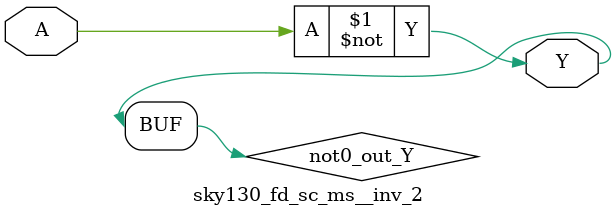
<source format=v>
/*
 * Copyright 2020 The SkyWater PDK Authors
 *
 * Licensed under the Apache License, Version 2.0 (the "License");
 * you may not use this file except in compliance with the License.
 * You may obtain a copy of the License at
 *
 *     https://www.apache.org/licenses/LICENSE-2.0
 *
 * Unless required by applicable law or agreed to in writing, software
 * distributed under the License is distributed on an "AS IS" BASIS,
 * WITHOUT WARRANTIES OR CONDITIONS OF ANY KIND, either express or implied.
 * See the License for the specific language governing permissions and
 * limitations under the License.
 *
 * SPDX-License-Identifier: Apache-2.0
*/


`ifndef SKY130_FD_SC_MS__INV_2_FUNCTIONAL_V
`define SKY130_FD_SC_MS__INV_2_FUNCTIONAL_V

/**
 * inv: Inverter.
 *
 * Verilog simulation functional model.
 */

`timescale 1ns / 1ps
`default_nettype none

`celldefine
module sky130_fd_sc_ms__inv_2 (
    Y,
    A
);

    // Module ports
    output Y;
    input  A;

    // Local signals
    wire not0_out_Y;

    //  Name  Output      Other arguments
    not not0 (not0_out_Y, A              );
    buf buf0 (Y         , not0_out_Y     );

endmodule
`endcelldefine

`default_nettype wire
`endif  // SKY130_FD_SC_MS__INV_2_FUNCTIONAL_V

</source>
